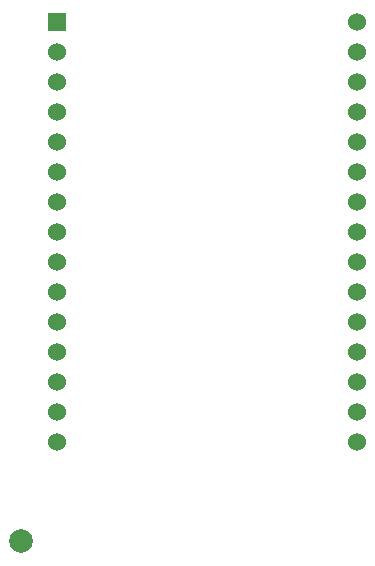
<source format=gbr>
%TF.GenerationSoftware,KiCad,Pcbnew,(5.1.9-0-10_14)*%
%TF.CreationDate,2021-05-04T15:56:22-07:00*%
%TF.ProjectId,fm-streamer,666d2d73-7472-4656-916d-65722e6b6963,rev?*%
%TF.SameCoordinates,Original*%
%TF.FileFunction,Soldermask,Top*%
%TF.FilePolarity,Negative*%
%FSLAX46Y46*%
G04 Gerber Fmt 4.6, Leading zero omitted, Abs format (unit mm)*
G04 Created by KiCad (PCBNEW (5.1.9-0-10_14)) date 2021-05-04 15:56:22*
%MOMM*%
%LPD*%
G01*
G04 APERTURE LIST*
%ADD10C,1.524000*%
%ADD11R,1.524000X1.524000*%
%ADD12C,2.000000*%
G04 APERTURE END LIST*
D10*
%TO.C,U1*%
X142400000Y-74500000D03*
X142400000Y-77040000D03*
X142400000Y-79580000D03*
X142400000Y-82120000D03*
X142400000Y-84660000D03*
X142400000Y-87200000D03*
X142400000Y-89740000D03*
X142400000Y-92280000D03*
X142400000Y-94820000D03*
X142400000Y-97360000D03*
X142400000Y-99900000D03*
X142400000Y-102440000D03*
X142400000Y-104980000D03*
X142400000Y-107520000D03*
X142400000Y-110060000D03*
X117000000Y-110060000D03*
X117000000Y-107520000D03*
X117000000Y-104980000D03*
X117000000Y-102440000D03*
X117000000Y-99900000D03*
X117000000Y-97360000D03*
X117000000Y-94820000D03*
X117000000Y-92280000D03*
X117000000Y-89740000D03*
X117000000Y-87200000D03*
X117000000Y-84660000D03*
X117000000Y-82120000D03*
X117000000Y-79580000D03*
X117000000Y-77040000D03*
D11*
X117000000Y-74500000D03*
%TD*%
D12*
%TO.C,TP1*%
X113900000Y-118400000D03*
%TD*%
M02*

</source>
